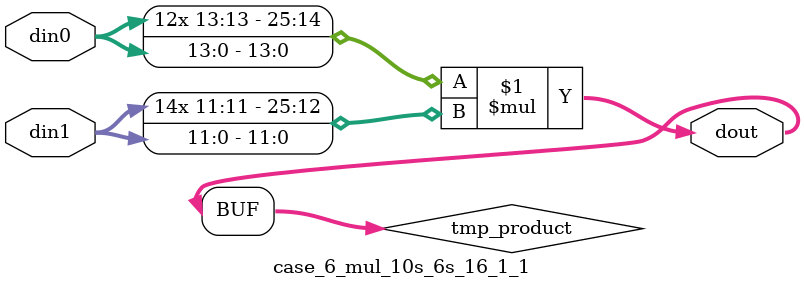
<source format=v>

`timescale 1 ns / 1 ps

 (* use_dsp = "no" *)  module case_6_mul_10s_6s_16_1_1(din0, din1, dout);
parameter ID = 1;
parameter NUM_STAGE = 0;
parameter din0_WIDTH = 14;
parameter din1_WIDTH = 12;
parameter dout_WIDTH = 26;

input [din0_WIDTH - 1 : 0] din0; 
input [din1_WIDTH - 1 : 0] din1; 
output [dout_WIDTH - 1 : 0] dout;

wire signed [dout_WIDTH - 1 : 0] tmp_product;



























assign tmp_product = $signed(din0) * $signed(din1);








assign dout = tmp_product;





















endmodule

</source>
